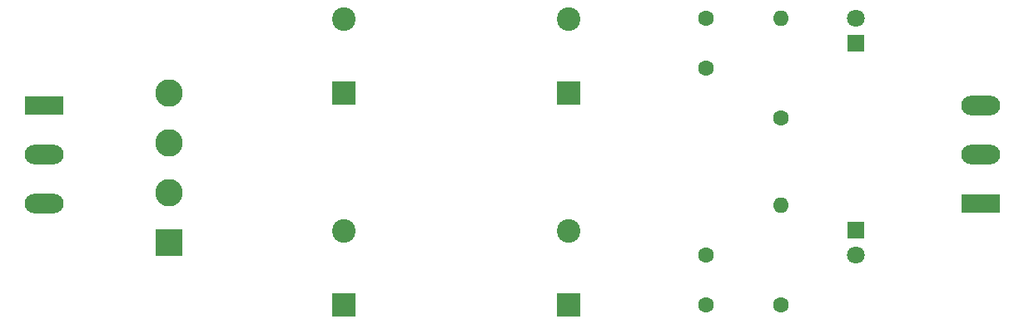
<source format=gbr>
%TF.GenerationSoftware,KiCad,Pcbnew,5.1.4-3.fc30*%
%TF.CreationDate,2019-10-13T17:22:03+02:00*%
%TF.ProjectId,high_power_sym_supply,68696768-5f70-46f7-9765-725f73796d5f,1.0*%
%TF.SameCoordinates,PX463f660PY6a95280*%
%TF.FileFunction,Copper,L1,Top*%
%TF.FilePolarity,Positive*%
%FSLAX46Y46*%
G04 Gerber Fmt 4.6, Leading zero omitted, Abs format (unit mm)*
G04 Created by KiCad (PCBNEW 5.1.4-3.fc30) date 2019-10-13 17:22:03*
%MOMM*%
%LPD*%
G04 APERTURE LIST*
%TA.AperFunction,ComponentPad*%
%ADD10C,2.400000*%
%TD*%
%TA.AperFunction,ComponentPad*%
%ADD11R,2.400000X2.400000*%
%TD*%
%TA.AperFunction,ComponentPad*%
%ADD12C,1.600000*%
%TD*%
%TA.AperFunction,ComponentPad*%
%ADD13C,2.800000*%
%TD*%
%TA.AperFunction,ComponentPad*%
%ADD14R,2.800000X2.800000*%
%TD*%
%TA.AperFunction,ComponentPad*%
%ADD15C,1.800000*%
%TD*%
%TA.AperFunction,ComponentPad*%
%ADD16R,1.800000X1.800000*%
%TD*%
%TA.AperFunction,ComponentPad*%
%ADD17R,3.960000X1.980000*%
%TD*%
%TA.AperFunction,ComponentPad*%
%ADD18O,3.960000X1.980000*%
%TD*%
%TA.AperFunction,ComponentPad*%
%ADD19O,1.600000X1.600000*%
%TD*%
G04 APERTURE END LIST*
D10*
%TO.P,C1,2*%
%TO.N,GND*%
X40640000Y15120000D03*
D11*
%TO.P,C1,1*%
%TO.N,Net-(C1-Pad1)*%
X40640000Y7620000D03*
%TD*%
%TO.P,C2,1*%
%TO.N,GND*%
X40640000Y29210000D03*
D10*
%TO.P,C2,2*%
%TO.N,Net-(C2-Pad2)*%
X40640000Y36710000D03*
%TD*%
%TO.P,C3,2*%
%TO.N,GND*%
X63500000Y15120000D03*
D11*
%TO.P,C3,1*%
%TO.N,Net-(C1-Pad1)*%
X63500000Y7620000D03*
%TD*%
%TO.P,C4,1*%
%TO.N,GND*%
X63500000Y29210000D03*
D10*
%TO.P,C4,2*%
%TO.N,Net-(C2-Pad2)*%
X63500000Y36710000D03*
%TD*%
D12*
%TO.P,C5,2*%
%TO.N,GND*%
X77470000Y12620000D03*
%TO.P,C5,1*%
%TO.N,Net-(C1-Pad1)*%
X77470000Y7620000D03*
%TD*%
%TO.P,C6,1*%
%TO.N,GND*%
X77470000Y31750000D03*
%TO.P,C6,2*%
%TO.N,Net-(C2-Pad2)*%
X77470000Y36750000D03*
%TD*%
D13*
%TO.P,D1,4*%
%TO.N,Net-(C2-Pad2)*%
X22860000Y29210000D03*
%TO.P,D1,3*%
%TO.N,Net-(D1-Pad3)*%
X22860000Y24130000D03*
%TO.P,D1,2*%
%TO.N,Net-(D1-Pad2)*%
X22860000Y19050000D03*
D14*
%TO.P,D1,1*%
%TO.N,Net-(C1-Pad1)*%
X22860000Y13970000D03*
%TD*%
D15*
%TO.P,D2,2*%
%TO.N,Net-(D2-Pad2)*%
X92710000Y12700000D03*
D16*
%TO.P,D2,1*%
%TO.N,GND*%
X92710000Y15240000D03*
%TD*%
%TO.P,D3,1*%
%TO.N,Net-(C2-Pad2)*%
X92710000Y34290000D03*
D15*
%TO.P,D3,2*%
%TO.N,Net-(D3-Pad2)*%
X92710000Y36830000D03*
%TD*%
D17*
%TO.P,J1,1*%
%TO.N,Net-(D1-Pad3)*%
X10160000Y27940000D03*
D18*
%TO.P,J1,2*%
%TO.N,GND*%
X10160000Y22940000D03*
%TO.P,J1,3*%
%TO.N,Net-(D1-Pad2)*%
X10160000Y17940000D03*
%TD*%
%TO.P,J2,3*%
%TO.N,Net-(C2-Pad2)*%
X105410000Y27940000D03*
%TO.P,J2,2*%
%TO.N,GND*%
X105410000Y22940000D03*
D17*
%TO.P,J2,1*%
%TO.N,Net-(C1-Pad1)*%
X105410000Y17940000D03*
%TD*%
D19*
%TO.P,R1,2*%
%TO.N,Net-(D2-Pad2)*%
X85090000Y17780000D03*
D12*
%TO.P,R1,1*%
%TO.N,Net-(C1-Pad1)*%
X85090000Y7620000D03*
%TD*%
%TO.P,R2,1*%
%TO.N,GND*%
X85090000Y26670000D03*
D19*
%TO.P,R2,2*%
%TO.N,Net-(D3-Pad2)*%
X85090000Y36830000D03*
%TD*%
M02*

</source>
